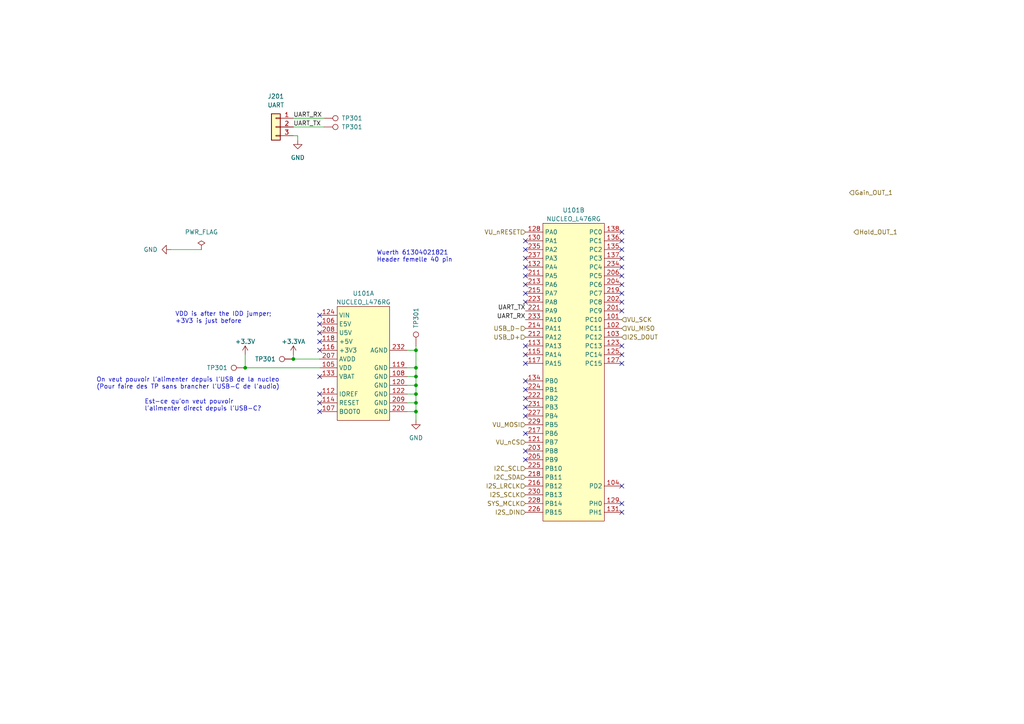
<source format=kicad_sch>
(kicad_sch (version 20230121) (generator eeschema)
  (paper "A4")
  (lib_symbols
    (symbol "Connector:TestPoint" (pin_numbers hide) (pin_names (offset 0.762) hide)
      (property "Reference" "TP" (at 0 6.858 0))
      (property "Value" "TestPoint" (at 0 5.08 0))
      (symbol "TestPoint_0_1"
        (circle (center 0 3.302) (radius 0.762))
      )
      (symbol "TestPoint_1_1"
        (pin passive line (at 0 0 90) (length 2.54) (name "1") (number "1"))
      )
    )
    (symbol "Connector_Generic:Conn_01x03" (pin_names (offset 1.016) hide)
      (property "Reference" "J" (at 0 5.08 0))
      (property "Value" "Conn_01x03" (at 0 -5.08 0))
      (symbol "Conn_01x03_1_1"
        (rectangle (start -1.27 -2.413) (end 0 -2.667) (stroke (width 0.1524)))
        (rectangle (start -1.27 0.127) (end 0 -0.127) (stroke (width 0.1524)))
        (rectangle (start -1.27 2.667) (end 0 2.413) (stroke (width 0.1524)))
        (rectangle (start -1.27 3.81) (end 1.27 -3.81) (stroke (width 0.254)) (fill (type background)))
        (pin passive line (at -5.08 2.54 0) (length 3.81) (name "Pin_1") (number "1"))
        (pin passive line (at -5.08 0 0) (length 3.81) (name "Pin_2") (number "2"))
        (pin passive line (at -5.08 -2.54 0) (length 3.81) (name "Pin_3") (number "3"))
      )
    )
    (symbol "NUCLEO_L476RG_1"
      (property "Reference" "U" (at 0 46.99 0))
      (property "Value" "NUCLEO_L476RG" (at 0 44.45 0))
      (symbol "NUCLEO_L476RG_1_1_1"
        (rectangle (start -7.62 16.51) (end 7.62 -16.51) (fill (type background)))
        (pin power_out line (at -12.7 -1.27 0) (length 5.08) (name "VDD") (number "105"))
        (pin power_out line (at -12.7 11.43 0) (length 5.08) (name "E5V") (number "106"))
        (pin bidirectional line (at -12.7 -13.97 0) (length 5.08) (name "BOOT0") (number "107"))
        (pin power_in line (at 12.7 -3.81 180) (length 5.08) (name "GND") (number "108"))
        (pin output line (at -12.7 -8.89 0) (length 5.08) (name "IOREF") (number "112"))
        (pin bidirectional line (at -12.7 -11.43 0) (length 5.08) (name "RESET") (number "114"))
        (pin power_out line (at -12.7 3.81 0) (length 5.08) (name "+3V3") (number "116"))
        (pin power_out line (at -12.7 6.35 0) (length 5.08) (name "+5V") (number "118"))
        (pin power_in line (at 12.7 -1.27 180) (length 5.08) (name "GND") (number "119"))
        (pin power_in line (at 12.7 -6.35 180) (length 5.08) (name "GND") (number "120"))
        (pin power_in line (at 12.7 -8.89 180) (length 5.08) (name "GND") (number "122"))
        (pin power_in line (at -12.7 13.97 0) (length 5.08) (name "VIN") (number "124"))
        (pin power_out line (at -12.7 -3.81 0) (length 5.08) (name "VBAT") (number "133"))
        (pin power_out line (at -12.7 1.27 0) (length 5.08) (name "AVDD") (number "207"))
        (pin power_out line (at -12.7 8.89 0) (length 5.08) (name "U5V") (number "208"))
        (pin power_in line (at 12.7 -11.43 180) (length 5.08) (name "GND") (number "209"))
        (pin power_in line (at 12.7 -13.97 180) (length 5.08) (name "GND") (number "220"))
        (pin power_in line (at 12.7 3.81 180) (length 5.08) (name "AGND") (number "232"))
      )
      (symbol "NUCLEO_L476RG_1_2_1"
        (rectangle (start -8.89 43.18) (end 8.89 -43.18) (fill (type background)))
        (pin bidirectional line (at 13.97 15.24 180) (length 5.08) (name "PC10") (number "101"))
        (pin bidirectional line (at 13.97 12.7 180) (length 5.08) (name "PC11") (number "102"))
        (pin bidirectional line (at 13.97 10.16 180) (length 5.08) (name "PC12") (number "103"))
        (pin bidirectional line (at 13.97 -33.02 180) (length 5.08) (name "PD2") (number "104"))
        (pin no_connect line (at 13.97 -2.54 180) (length 5.08) hide (name "NC") (number "109"))
        (pin no_connect line (at 13.97 -5.08 180) (length 5.08) hide (name "NC") (number "110"))
        (pin no_connect line (at 13.97 -7.62 180) (length 5.08) hide (name "NC") (number "111"))
        (pin bidirectional line (at -13.97 7.62 0) (length 5.08) (name "PA13") (number "113"))
        (pin bidirectional line (at -13.97 5.08 0) (length 5.08) (name "PA14") (number "115"))
        (pin bidirectional line (at -13.97 2.54 0) (length 5.08) (name "PA15") (number "117"))
        (pin bidirectional line (at -13.97 -20.32 0) (length 5.08) (name "PB7") (number "121"))
        (pin bidirectional line (at 13.97 7.62 180) (length 5.08) (name "PC13") (number "123"))
        (pin bidirectional line (at 13.97 5.08 180) (length 5.08) (name "PC14") (number "125"))
        (pin no_connect line (at 13.97 -10.16 180) (length 5.08) hide (name "NC") (number "126"))
        (pin bidirectional line (at 13.97 2.54 180) (length 5.08) (name "PC15") (number "127"))
        (pin bidirectional line (at -13.97 40.64 0) (length 5.08) (name "PA0") (number "128"))
        (pin bidirectional line (at 13.97 -38.1 180) (length 5.08) (name "PH0") (number "129"))
        (pin bidirectional line (at -13.97 38.1 0) (length 5.08) (name "PA1") (number "130"))
        (pin bidirectional line (at 13.97 -40.64 180) (length 5.08) (name "PH1") (number "131"))
        (pin bidirectional line (at -13.97 30.48 0) (length 5.08) (name "PA4") (number "132"))
        (pin bidirectional line (at -13.97 -2.54 0) (length 5.08) (name "PB0") (number "134"))
        (pin bidirectional line (at 13.97 35.56 180) (length 5.08) (name "PC2") (number "135"))
        (pin bidirectional line (at 13.97 38.1 180) (length 5.08) (name "PC1") (number "136"))
        (pin bidirectional line (at 13.97 33.02 180) (length 5.08) (name "PC3") (number "137"))
        (pin bidirectional line (at 13.97 40.64 180) (length 5.08) (name "PC0") (number "138"))
        (pin bidirectional line (at 13.97 17.78 180) (length 5.08) (name "PC9") (number "201"))
        (pin bidirectional line (at 13.97 20.32 180) (length 5.08) (name "PC8") (number "202"))
        (pin bidirectional line (at -13.97 -22.86 0) (length 5.08) (name "PB8") (number "203"))
        (pin bidirectional line (at 13.97 25.4 180) (length 5.08) (name "PC6") (number "204"))
        (pin bidirectional line (at -13.97 -25.4 0) (length 5.08) (name "PB9") (number "205"))
        (pin bidirectional line (at 13.97 27.94 180) (length 5.08) (name "PC5") (number "206"))
        (pin no_connect line (at 13.97 -12.7 180) (length 5.08) hide (name "NC") (number "210"))
        (pin bidirectional line (at -13.97 27.94 0) (length 5.08) (name "PA5") (number "211"))
        (pin bidirectional line (at -13.97 10.16 0) (length 5.08) (name "PA12") (number "212"))
        (pin bidirectional line (at -13.97 25.4 0) (length 5.08) (name "PA6") (number "213"))
        (pin bidirectional line (at -13.97 12.7 0) (length 5.08) (name "PA11") (number "214"))
        (pin bidirectional line (at -13.97 22.86 0) (length 5.08) (name "PA7") (number "215"))
        (pin bidirectional line (at -13.97 -33.02 0) (length 5.08) (name "PB12") (number "216"))
        (pin bidirectional line (at -13.97 -17.78 0) (length 5.08) (name "PB6") (number "217"))
        (pin bidirectional line (at -13.97 -30.48 0) (length 5.08) (name "PB11") (number "218"))
        (pin bidirectional line (at 13.97 22.86 180) (length 5.08) (name "PC7") (number "219"))
        (pin bidirectional line (at -13.97 17.78 0) (length 5.08) (name "PA9") (number "221"))
        (pin bidirectional line (at -13.97 -7.62 0) (length 5.08) (name "PB2") (number "222"))
        (pin bidirectional line (at -13.97 20.32 0) (length 5.08) (name "PA8") (number "223"))
        (pin bidirectional line (at -13.97 -5.08 0) (length 5.08) (name "PB1") (number "224"))
        (pin bidirectional line (at -13.97 -27.94 0) (length 5.08) (name "PB10") (number "225"))
        (pin bidirectional line (at -13.97 -40.64 0) (length 5.08) (name "PB15") (number "226"))
        (pin bidirectional line (at -13.97 -12.7 0) (length 5.08) (name "PB4") (number "227"))
        (pin bidirectional line (at -13.97 -38.1 0) (length 5.08) (name "PB14") (number "228"))
        (pin bidirectional line (at -13.97 -15.24 0) (length 5.08) (name "PB5") (number "229"))
        (pin bidirectional line (at -13.97 -35.56 0) (length 5.08) (name "PB13") (number "230"))
        (pin bidirectional line (at -13.97 -10.16 0) (length 5.08) (name "PB3") (number "231"))
        (pin bidirectional line (at -13.97 15.24 0) (length 5.08) (name "PA10") (number "233"))
        (pin bidirectional line (at 13.97 30.48 180) (length 5.08) (name "PC4") (number "234"))
        (pin bidirectional line (at -13.97 35.56 0) (length 5.08) (name "PA2") (number "235"))
        (pin no_connect line (at 13.97 -15.24 180) (length 5.08) hide (name "NC") (number "236"))
        (pin bidirectional line (at -13.97 33.02 0) (length 5.08) (name "PA3") (number "237"))
        (pin no_connect line (at 13.97 -17.78 180) (length 5.08) hide (name "NC") (number "238"))
      )
    )
    (symbol "WITNS_ST:NUCLEO_L476RG"
      (property "Reference" "U" (at 0 44.45 0))
      (property "Value" "NUCLEO_L476RG" (at 0 22.86 0))
      (symbol "NUCLEO_L476RG_1_1"
        (rectangle (start -7.62 16.51) (end 7.62 -16.51) (fill (type background)))
        (pin power_out line (at -12.7 -1.27 0) (length 5.08) (name "VDD") (number "105"))
        (pin power_out line (at -12.7 11.43 0) (length 5.08) (name "E5V") (number "106"))
        (pin bidirectional line (at -12.7 -13.97 0) (length 5.08) (name "BOOT0") (number "107"))
        (pin power_in line (at 12.7 -3.81 180) (length 5.08) (name "GND") (number "108"))
        (pin output line (at -12.7 -8.89 0) (length 5.08) (name "IOREF") (number "112"))
        (pin bidirectional line (at -12.7 -11.43 0) (length 5.08) (name "RESET") (number "114"))
        (pin power_out line (at -12.7 3.81 0) (length 5.08) (name "+3V3") (number "116"))
        (pin power_out line (at -12.7 6.35 0) (length 5.08) (name "+5V") (number "118"))
        (pin power_in line (at 12.7 -1.27 180) (length 5.08) (name "GND") (number "119"))
        (pin power_in line (at 12.7 -6.35 180) (length 5.08) (name "GND") (number "120"))
        (pin power_in line (at 12.7 -8.89 180) (length 5.08) (name "GND") (number "122"))
        (pin power_in line (at -12.7 13.97 0) (length 5.08) (name "VIN") (number "124"))
        (pin power_out line (at -12.7 -3.81 0) (length 5.08) (name "VBAT") (number "133"))
        (pin power_out line (at -12.7 1.27 0) (length 5.08) (name "AVDD") (number "207"))
        (pin power_out line (at -12.7 8.89 0) (length 5.08) (name "U5V") (number "208"))
        (pin power_in line (at 12.7 -11.43 180) (length 5.08) (name "GND") (number "209"))
        (pin power_in line (at 12.7 -13.97 180) (length 5.08) (name "GND") (number "220"))
        (pin power_in line (at 12.7 3.81 180) (length 5.08) (name "AGND") (number "232"))
      )
      (symbol "NUCLEO_L476RG_2_1"
        (rectangle (start -8.89 43.18) (end 8.89 -43.18) (fill (type background)))
        (pin bidirectional line (at 13.97 15.24 180) (length 5.08) (name "PC10") (number "101"))
        (pin bidirectional line (at 13.97 12.7 180) (length 5.08) (name "PC11") (number "102"))
        (pin bidirectional line (at 13.97 10.16 180) (length 5.08) (name "PC12") (number "103"))
        (pin bidirectional line (at 13.97 -33.02 180) (length 5.08) (name "PD2") (number "104"))
        (pin no_connect line (at 13.97 -2.54 180) (length 5.08) hide (name "NC") (number "109"))
        (pin no_connect line (at 13.97 -5.08 180) (length 5.08) hide (name "NC") (number "110"))
        (pin no_connect line (at 13.97 -7.62 180) (length 5.08) hide (name "NC") (number "111"))
        (pin bidirectional line (at -13.8929 7.6344 0) (length 5.08) (name "PA13") (number "113"))
        (pin bidirectional line (at -13.8929 5.0944 0) (length 5.08) (name "PA14") (number "115"))
        (pin bidirectional line (at -13.8929 2.5544 0) (length 5.08) (name "PA15") (number "117"))
        (pin bidirectional line (at -13.97 -20.32 0) (length 5.08) (name "PB7") (number "121"))
        (pin bidirectional line (at 13.97 7.62 180) (length 5.08) (name "PC13") (number "123"))
        (pin bidirectional line (at 13.97 5.08 180) (length 5.08) (name "PC14") (number "125"))
        (pin no_connect line (at 13.97 -10.16 180) (length 5.08) hide (name "NC") (number "126"))
        (pin bidirectional line (at 13.97 2.54 180) (length 5.08) (name "PC15") (number "127"))
        (pin bidirectional line (at -13.8929 40.6544 0) (length 5.08) (name "PA0") (number "128"))
        (pin bidirectional line (at 13.97 -38.1 180) (length 5.08) (name "PH0") (number "129"))
        (pin bidirectional line (at -13.8929 38.1144 0) (length 5.08) (name "PA1") (number "130"))
        (pin bidirectional line (at 13.97 -40.64 180) (length 5.08) (name "PH1") (number "131"))
        (pin bidirectional line (at -13.8929 30.4944 0) (length 5.08) (name "PA4") (number "132"))
        (pin bidirectional line (at -13.97 -2.54 0) (length 5.08) (name "PB0") (number "134"))
        (pin bidirectional line (at 13.97 35.56 180) (length 5.08) (name "PC2") (number "135"))
        (pin bidirectional line (at 13.97 38.1 180) (length 5.08) (name "PC1") (number "136"))
        (pin bidirectional line (at 13.97 33.02 180) (length 5.08) (name "PC3") (number "137"))
        (pin bidirectional line (at 13.97 40.64 180) (length 5.08) (name "PC0") (number "138"))
        (pin bidirectional line (at 13.97 17.78 180) (length 5.08) (name "PC9") (number "201"))
        (pin bidirectional line (at 13.97 20.32 180) (length 5.08) (name "PC8") (number "202"))
        (pin bidirectional line (at -13.97 -22.86 0) (length 5.08) (name "PB8") (number "203"))
        (pin bidirectional line (at 13.97 25.4 180) (length 5.08) (name "PC6") (number "204"))
        (pin bidirectional line (at -13.97 -25.4 0) (length 5.08) (name "PB9") (number "205"))
        (pin bidirectional line (at 13.97 27.94 180) (length 5.08) (name "PC5") (number "206"))
        (pin no_connect line (at 13.97 -12.7 180) (length 5.08) hide (name "NC") (number "210"))
        (pin bidirectional line (at -13.8929 27.9544 0) (length 5.08) (name "PA5") (number "211"))
        (pin bidirectional line (at -13.8929 10.1744 0) (length 5.08) (name "PA12") (number "212"))
        (pin bidirectional line (at -13.8929 25.4144 0) (length 5.08) (name "PA6") (number "213"))
        (pin bidirectional line (at -13.8929 12.7144 0) (length 5.08) (name "PA11") (number "214"))
        (pin bidirectional line (at -13.8929 22.8744 0) (length 5.08) (name "PA7") (number "215"))
        (pin bidirectional line (at -13.97 -33.02 0) (length 5.08) (name "PB12") (number "216"))
        (pin bidirectional line (at -13.97 -17.78 0) (length 5.08) (name "PB6") (number "217"))
        (pin bidirectional line (at -13.97 -30.48 0) (length 5.08) (name "PB11") (number "218"))
        (pin bidirectional line (at 13.97 22.86 180) (length 5.08) (name "PC7") (number "219"))
        (pin bidirectional line (at -13.8929 17.7944 0) (length 5.08) (name "PA9") (number "221"))
        (pin bidirectional line (at -13.97 -7.62 0) (length 5.08) (name "PB2") (number "222"))
        (pin bidirectional line (at -13.8929 20.3344 0) (length 5.08) (name "PA8") (number "223"))
        (pin bidirectional line (at -13.97 -5.08 0) (length 5.08) (name "PB1") (number "224"))
        (pin bidirectional line (at -13.97 -27.94 0) (length 5.08) (name "PB10") (number "225"))
        (pin bidirectional line (at -13.97 -40.64 0) (length 5.08) (name "PB15") (number "226"))
        (pin bidirectional line (at -13.97 -12.7 0) (length 5.08) (name "PB4") (number "227"))
        (pin bidirectional line (at -13.97 -38.1 0) (length 5.08) (name "PB14") (number "228"))
        (pin bidirectional line (at -13.97 -15.24 0) (length 5.08) (name "PB5") (number "229"))
        (pin bidirectional line (at -13.97 -35.56 0) (length 5.08) (name "PB13") (number "230"))
        (pin bidirectional line (at -13.97 -10.16 0) (length 5.08) (name "PB3") (number "231"))
        (pin bidirectional line (at -13.8929 15.2544 0) (length 5.08) (name "PA10") (number "233"))
        (pin bidirectional line (at 13.97 30.48 180) (length 5.08) (name "PC4") (number "234"))
        (pin bidirectional line (at -13.97 35.56 0) (length 5.08) (name "PA2") (number "235"))
        (pin no_connect line (at 13.97 -15.24 180) (length 5.08) hide (name "NC") (number "236"))
        (pin bidirectional line (at -13.8929 33.0344 0) (length 5.08) (name "PA3") (number "237"))
        (pin no_connect line (at 13.97 -17.78 180) (length 5.08) hide (name "NC") (number "238"))
      )
    )
    (symbol "power:+3.3V" (power) (pin_names (offset 0))
      (property "Value" "+3.3V" (at 0 3.556 0))
      (symbol "+3.3V_0_1"
        (polyline (pts (xy -0.762 1.27) (xy 0 2.54)))
        (polyline (pts (xy 0 0) (xy 0 2.54)))
        (polyline (pts (xy 0 2.54) (xy 0.762 1.27)))
      )
      (symbol "+3.3V_1_1"
        (pin power_in line (at 0 0 90) (length 0) hide (name "+3.3V") (number "1"))
      )
    )
    (symbol "power:+3.3VA" (power) (pin_names (offset 0))
      (property "Value" "+3.3VA" (at 0 3.556 0))
      (symbol "+3.3VA_0_1"
        (polyline (pts (xy -0.762 1.27) (xy 0 2.54)))
        (polyline (pts (xy 0 0) (xy 0 2.54)))
        (polyline (pts (xy 0 2.54) (xy 0.762 1.27)))
      )
      (symbol "+3.3VA_1_1"
        (pin power_in line (at 0 0 90) (length 0) hide (name "+3.3VA") (number "1"))
      )
    )
    (symbol "power:GND" (power) (pin_names (offset 0))
      (property "Value" "GND" (at 0 -3.81 0))
      (symbol "GND_0_1"
        (polyline (pts (xy 0 0) (xy 0 -1.27) (xy 1.27 -1.27) (xy 0 -2.54) (xy -1.27 -1.27) (xy 0 -1.27)))
      )
      (symbol "GND_1_1"
        (pin power_in line (at 0 0 270) (length 0) hide (name "GND") (number "1"))
      )
    )
    (symbol "power:PWR_FLAG" (power) (pin_numbers hide) (pin_names (offset 0) hide)
      (property "Value" "PWR_FLAG" (at 0 3.81 0))
      (symbol "PWR_FLAG_0_0"
        (pin power_out line (at 0 0 90) (length 0) (name "pwr") (number "1"))
      )
      (symbol "PWR_FLAG_0_1"
        (polyline (pts (xy 0 0) (xy 0 1.27) (xy -1.016 1.905) (xy 0 2.54) (xy 1.016 1.905) (xy 0 1.27)))
      )
    )
  )
  (junction (at 120.65 111.76))
  (junction (at 85.09 104.14))
  (junction (at 120.65 106.68))
  (junction (at 120.65 116.84))
  (junction (at 120.65 119.38))
  (junction (at 71.12 106.68))
  (junction (at 120.65 109.22))
  (junction (at 120.65 101.6))
  (junction (at 120.65 114.3))
  (no_connect (at 152.4 115.57))
  (no_connect (at 152.4 87.63))
  (no_connect (at 180.34 69.85))
  (no_connect (at 180.34 146.05))
  (no_connect (at 152.4 72.39))
  (no_connect (at 180.34 102.87))
  (no_connect (at 152.4 82.55))
  (no_connect (at 180.34 105.41))
  (no_connect (at 180.34 74.93))
  (no_connect (at 92.71 93.98))
  (no_connect (at 152.4 102.87))
  (no_connect (at 180.34 80.01))
  (no_connect (at 92.71 101.6))
  (no_connect (at 92.71 114.3))
  (no_connect (at 92.71 119.38))
  (no_connect (at 152.4 105.41))
  (no_connect (at 180.34 148.59))
  (no_connect (at 152.4 100.33))
  (no_connect (at 152.4 77.47))
  (no_connect (at 180.34 77.47))
  (no_connect (at 152.4 74.93))
  (no_connect (at 92.71 99.06))
  (no_connect (at 180.34 85.09))
  (no_connect (at 152.4 120.65))
  (no_connect (at 92.71 91.44))
  (no_connect (at 92.71 109.22))
  (no_connect (at 180.34 87.63))
  (no_connect (at 180.34 82.55))
  (no_connect (at 152.4 118.11))
  (no_connect (at 152.4 110.49))
  (no_connect (at 180.34 100.33))
  (no_connect (at 180.34 90.17))
  (no_connect (at 152.4 69.85))
  (no_connect (at 152.4 113.03))
  (no_connect (at 180.34 72.39))
  (no_connect (at 152.4 133.35))
  (no_connect (at 180.34 67.31))
  (no_connect (at 152.4 85.09))
  (no_connect (at 152.4 80.01))
  (no_connect (at 152.4 125.73))
  (no_connect (at 152.4 130.81))
  (no_connect (at 180.34 140.97))
  (no_connect (at 92.71 96.52))
  (no_connect (at 92.71 116.84))
  (wire (pts (xy 92.71 106.68) (xy 71.12 106.68)))
  (wire (pts (xy 85.09 34.29) (xy 93.98 34.29)))
  (wire (pts (xy 118.11 106.68) (xy 120.65 106.68)))
  (wire (pts (xy 120.65 100.33) (xy 120.65 101.6)))
  (wire (pts (xy 120.65 111.76) (xy 120.65 109.22)))
  (wire (pts (xy 118.11 109.22) (xy 120.65 109.22)))
  (wire (pts (xy 85.09 104.14) (xy 85.09 102.87)))
  (wire (pts (xy 49.53 72.39) (xy 58.42 72.39)))
  (wire (pts (xy 118.11 114.3) (xy 120.65 114.3)))
  (wire (pts (xy 118.11 111.76) (xy 120.65 111.76)))
  (wire (pts (xy 120.65 114.3) (xy 120.65 111.76)))
  (wire (pts (xy 120.65 116.84) (xy 120.65 114.3)))
  (wire (pts (xy 120.65 101.6) (xy 118.11 101.6)))
  (wire (pts (xy 86.36 40.64) (xy 86.36 39.37)))
  (wire (pts (xy 85.09 104.14) (xy 92.71 104.14)))
  (wire (pts (xy 85.09 36.83) (xy 93.98 36.83)))
  (wire (pts (xy 120.65 109.22) (xy 120.65 106.68)))
  (wire (pts (xy 86.36 39.37) (xy 85.09 39.37)))
  (wire (pts (xy 118.11 119.38) (xy 120.65 119.38)))
  (wire (pts (xy 71.12 106.68) (xy 71.12 102.87)))
  (wire (pts (xy 120.65 119.38) (xy 120.65 116.84)))
  (wire (pts (xy 120.65 121.92) (xy 120.65 119.38)))
  (wire (pts (xy 120.65 106.68) (xy 120.65 101.6)))
  (wire (pts (xy 118.11 116.84) (xy 120.65 116.84)))
  (text "Wuerth 61304021821\nHeader femelle 40 pin" (at 109.22 76.2 0) (effects (font (size 1.27 1.27)) (justify left bottom)))
  (text "On veut pouvoir l'alimenter depuis l'USB de la nucleo\n(Pour faire des TP sans brancher l'USB-C de l'audio)" (at 27.94 113.03 0) (effects (font (size 1.27 1.27)) (justify left bottom)))
  (text "VDD is after the IDD jumper;\n+3V3 is just before" (at 50.8 93.98 0) (effects (font (size 1.27 1.27)) (justify left bottom)))
  (text "Est-ce qu'on veut pouvoir \nl'alimenter direct depuis l'USB-C?" (at 41.91 119.38 0) (effects (font (size 1.27 1.27)) (justify left bottom)))
  (label "UART_TX" (at 152.4 90.17 180))
  (label "UART_RX" (at 85.09 34.29 0))
  (label "UART_RX" (at 152.4 92.71 180))
  (label "UART_TX" (at 85.09 36.83 0))
  (hierarchical_label "I2S_SCLK" (shape input) (at 152.4 143.51 180))
  (hierarchical_label "VU_MOSI" (shape input) (at 152.4 123.19 180))
  (hierarchical_label "Hold_OUT_1" (shape input) (at 247.65 67.31 0))
  (hierarchical_label "I2S_DIN" (shape input) (at 152.4 148.59 180))
  (hierarchical_label "I2S_DOUT" (shape input) (at 180.34 97.79 0))
  (hierarchical_label "VU_nCS" (shape input) (at 152.4 128.27 180))
  (hierarchical_label "I2C_SCL" (shape input) (at 152.4 135.89 180))
  (hierarchical_label "I2C_SDA" (shape input) (at 152.4 138.43 180))
  (hierarchical_label "Gain_OUT_1" (shape input) (at 246.38 55.88 0))
  (hierarchical_label "VU_MISO" (shape input) (at 180.34 95.25 0))
  (hierarchical_label "VU_nRESET" (shape input) (at 152.4 67.31 180))
  (hierarchical_label "USB_D-" (shape input) (at 152.4 95.25 180))
  (hierarchical_label "SYS_MCLK" (shape input) (at 152.4 146.05 180))
  (hierarchical_label "USB_D+" (shape input) (at 152.4 97.79 180))
  (hierarchical_label "VU_SCK" (shape input) (at 180.34 92.71 0))
  (hierarchical_label "I2S_LRCLK" (shape input) (at 152.4 140.97 180))
  (symbol (lib_id "power:GND") (at 86.36 40.64 0) (unit 1)
    (property "Reference" "#PWR0204" (effects hide))
    (property "Value" "GND" (at 86.36 45.72 0))
  )
  (symbol (lib_id "power:+3.3VA") (at 85.09 102.87 0) (unit 1)
    (property "Reference" "#PWR0203" (effects hide))
    (property "Value" "+3.3VA" (at 85.09 99.06 0))
  )
  (symbol (lib_id "Connector:TestPoint") (at 85.09 104.14 90) (unit 1)
    (property "Reference" "TP301" (at 80.01 104.14 90) (effects (justify left)))
    (property "Value" "+3.3VA" (effects hide))
    (property "Footprint" "Connector_Pin:Pin_D1.1mm_L8.5mm_W2.5mm_FlatFork" (effects hide))
    (instances (project "audio_iface" (path "" (reference "TP301") (unit 1)) (path "" (reference "TP108") (unit 1)) (path "" (reference "TP202") (unit 1))) (project "Compresseur" (path "" (reference "TP301") (unit 1))))
  )
  (symbol (lib_id "Connector:TestPoint") (at 93.98 34.29 270) (unit 1)
    (property "Reference" "TP301" (at 99.06 34.29 90) (effects (justify left)))
    (property "Value" "RX" (effects hide))
    (property "Footprint" "Connector_Pin:Pin_D1.1mm_L8.5mm_W2.5mm_FlatFork" (effects hide))
    (instances (project "audio_iface" (path "" (reference "TP301") (unit 1)) (path "" (reference "TP108") (unit 1)) (path "" (reference "TP203") (unit 1))) (project "Compresseur" (path "" (reference "TP301") (unit 1))))
  )
  (symbol (lib_id "Connector:TestPoint") (at 71.12 106.68 90) (unit 1)
    (property "Reference" "TP301" (at 66.04 106.68 90) (effects (justify left)))
    (property "Value" "+3.3V" (effects hide))
    (property "Footprint" "Connector_Pin:Pin_D1.1mm_L8.5mm_W2.5mm_FlatFork" (effects hide))
    (instances (project "audio_iface" (path "" (reference "TP301") (unit 1)) (path "" (reference "TP108") (unit 1)) (path "" (reference "TP201") (unit 1))) (project "Compresseur" (path "" (reference "TP301") (unit 1))))
  )
  (symbol (lib_id "Connector:TestPoint") (at 120.65 100.33 0) (unit 1)
    (property "Reference" "TP301" (at 120.65 95.25 90) (effects (justify left)))
    (property "Value" "GND" (effects hide))
    (property "Footprint" "Connector_Pin:Pin_D1.1mm_L8.5mm_W2.5mm_FlatFork" (effects hide))
    (instances (project "audio_iface" (path "" (reference "TP301") (unit 1)) (path "" (reference "TP108") (unit 1)) (path "" (reference "TP205") (unit 1))) (project "Compresseur" (path "" (reference "TP301") (unit 1))))
  )
  (symbol (lib_id "Connector_Generic:Conn_01x03") (at 80.01 36.83 0) (mirror y) (unit 1)
    (property "Reference" "J201" (at 80.01 27.94 0))
    (property "Value" "UART" (at 80.01 30.48 0))
    (property "Footprint" "Connector_JST:JST_XH_S3B-XH-A_1x03_P2.50mm_Horizontal" (effects hide))
  )
  (symbol (lib_name "NUCLEO_L476RG_1") (lib_id "WITNS_ST:NUCLEO_L476RG") (at 166.37 107.95 0) (unit 2)
    (property "Reference" "U101" (at 166.37 60.96 0))
    (property "Value" "NUCLEO_L476RG" (at 166.37 63.5 0))
    (property "Footprint" "WITNS:ST_NUCLEO_64" (effects hide))
    (instances (project "audio_iface" (path "" (reference "U101") (unit 2)) (path "" (reference "U201") (unit 2))) (project "Compresseur" (path "" (reference "U101") (unit 2))))
  )
  (symbol (lib_id "power:GND") (at 120.65 121.92 0) (unit 1)
    (property "Reference" "#PWR0205" (effects hide))
    (property "Value" "GND" (at 120.65 127 0))
  )
  (symbol (lib_id "WITNS_ST:NUCLEO_L476RG") (at 105.41 105.41 0) (unit 1)
    (property "Reference" "U101" (at 105.41 85.09 0))
    (property "Value" "NUCLEO_L476RG" (at 105.41 87.63 0))
    (property "Footprint" "WITNS:ST_NUCLEO_64" (effects hide))
    (instances (project "audio_iface" (path "" (reference "U101") (unit 1)) (path "" (reference "U201") (unit 1))) (project "Compresseur" (path "" (reference "U101") (unit 1))))
  )
  (symbol (lib_id "power:PWR_FLAG") (at 58.42 72.39 0) (unit 1)
    (property "Reference" "#FLG0201" (effects hide))
    (property "Value" "PWR_FLAG" (at 58.42 67.31 0))
  )
  (symbol (lib_id "Connector:TestPoint") (at 93.98 36.83 270) (unit 1)
    (property "Reference" "TP301" (at 99.06 36.83 90) (effects (justify left)))
    (property "Value" "TX" (effects hide))
    (property "Footprint" "Connector_Pin:Pin_D1.1mm_L8.5mm_W2.5mm_FlatFork" (effects hide))
    (instances (project "audio_iface" (path "" (reference "TP301") (unit 1)) (path "" (reference "TP108") (unit 1)) (path "" (reference "TP204") (unit 1))) (project "Compresseur" (path "" (reference "TP301") (unit 1))))
  )
  (symbol (lib_id "power:GND") (at 49.53 72.39 270) (unit 1)
    (property "Reference" "#PWR0201" (effects hide))
    (property "Value" "GND" (at 45.72 72.39 90) (effects (justify right)))
  )
  (symbol (lib_id "power:+3.3V") (at 71.12 102.87 0) (unit 1)
    (property "Reference" "#PWR0202" (effects hide))
    (property "Value" "+3.3V" (at 71.12 99.06 0))
  )
)
</source>
